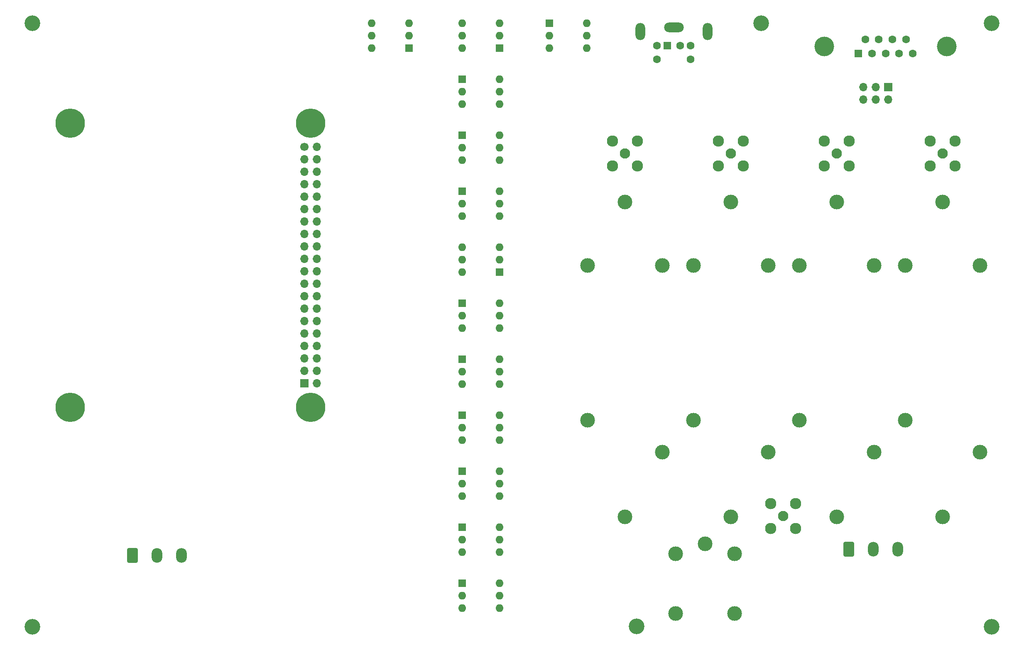
<source format=gbr>
%TF.GenerationSoftware,KiCad,Pcbnew,7.0.1*%
%TF.CreationDate,2023-03-27T20:51:40+10:00*%
%TF.ProjectId,RemoteHF,52656d6f-7465-4484-962e-6b696361645f,rev?*%
%TF.SameCoordinates,Original*%
%TF.FileFunction,Soldermask,Bot*%
%TF.FilePolarity,Negative*%
%FSLAX46Y46*%
G04 Gerber Fmt 4.6, Leading zero omitted, Abs format (unit mm)*
G04 Created by KiCad (PCBNEW 7.0.1) date 2023-03-27 20:51:40*
%MOMM*%
%LPD*%
G01*
G04 APERTURE LIST*
G04 Aperture macros list*
%AMRoundRect*
0 Rectangle with rounded corners*
0 $1 Rounding radius*
0 $2 $3 $4 $5 $6 $7 $8 $9 X,Y pos of 4 corners*
0 Add a 4 corners polygon primitive as box body*
4,1,4,$2,$3,$4,$5,$6,$7,$8,$9,$2,$3,0*
0 Add four circle primitives for the rounded corners*
1,1,$1+$1,$2,$3*
1,1,$1+$1,$4,$5*
1,1,$1+$1,$6,$7*
1,1,$1+$1,$8,$9*
0 Add four rect primitives between the rounded corners*
20,1,$1+$1,$2,$3,$4,$5,0*
20,1,$1+$1,$4,$5,$6,$7,0*
20,1,$1+$1,$6,$7,$8,$9,0*
20,1,$1+$1,$8,$9,$2,$3,0*%
G04 Aperture macros list end*
%ADD10C,2.100000*%
%ADD11C,2.300000*%
%ADD12R,1.600000X1.600000*%
%ADD13O,1.600000X1.600000*%
%ADD14R,1.700000X1.700000*%
%ADD15O,1.700000X1.700000*%
%ADD16C,6.000000*%
%ADD17C,1.700000*%
%ADD18C,3.200000*%
%ADD19C,3.000000*%
%ADD20RoundRect,0.316092X-0.783908X-1.183908X0.783908X-1.183908X0.783908X1.183908X-0.783908X1.183908X0*%
%ADD21O,2.200000X3.000000*%
%ADD22C,1.600000*%
%ADD23O,2.000000X3.500000*%
%ADD24O,4.000000X2.000000*%
%ADD25C,4.000000*%
G04 APERTURE END LIST*
D10*
%TO.C,J8*%
X205935000Y-52000000D03*
D11*
X203395000Y-54540000D03*
X208475000Y-54540000D03*
X203395000Y-49460000D03*
X208475000Y-49460000D03*
%TD*%
D12*
%TO.C,U17*%
X129540000Y-105425000D03*
D13*
X129540000Y-107965000D03*
X129540000Y-110505000D03*
X137160000Y-110505000D03*
X137160000Y-107965000D03*
X137160000Y-105425000D03*
%TD*%
D10*
%TO.C,J10*%
X195000000Y-126000000D03*
D11*
X197540000Y-128540000D03*
X197540000Y-123460000D03*
X192460000Y-128540000D03*
X192460000Y-123460000D03*
%TD*%
D14*
%TO.C,J2*%
X97390000Y-98900000D03*
D15*
X99930000Y-98900000D03*
X97390000Y-96360000D03*
X99930000Y-96360000D03*
X97390000Y-93820000D03*
X99930000Y-93820000D03*
X97390000Y-91280000D03*
X99930000Y-91280000D03*
X97390000Y-88740000D03*
X99930000Y-88740000D03*
X97390000Y-86200000D03*
X99930000Y-86200000D03*
X97390000Y-83660000D03*
X99930000Y-83660000D03*
X97390000Y-81120000D03*
X99930000Y-81120000D03*
X97390000Y-78580000D03*
X99930000Y-78580000D03*
X97390000Y-76040000D03*
X99930000Y-76040000D03*
X97390000Y-73500000D03*
X99930000Y-73500000D03*
X97390000Y-70960000D03*
X99930000Y-70960000D03*
X97390000Y-68420000D03*
X99930000Y-68420000D03*
X97390000Y-65880000D03*
X99930000Y-65880000D03*
X97390000Y-63340000D03*
X99930000Y-63340000D03*
X97390000Y-60800000D03*
X99930000Y-60800000D03*
X97390000Y-58260000D03*
X99930000Y-58260000D03*
X97390000Y-55720000D03*
X99930000Y-55720000D03*
X97390000Y-53180000D03*
X99930000Y-53180000D03*
D16*
X49660000Y-103770000D03*
X98660000Y-103770000D03*
D17*
X97390000Y-50640000D03*
D16*
X49660000Y-45770000D03*
X98660000Y-45770000D03*
D15*
X99930000Y-50640000D03*
%TD*%
D18*
%TO.C,REF\u002A\u002A*%
X190500000Y-25400000D03*
%TD*%
D19*
%TO.C,K2*%
X176745000Y-106405000D03*
X176745000Y-74805000D03*
X184345000Y-126105000D03*
X184345000Y-61855000D03*
X191945000Y-112905000D03*
X191945000Y-74805000D03*
%TD*%
D18*
%TO.C,REF\u002A\u002A*%
X165150000Y-148500000D03*
%TD*%
D19*
%TO.C,K3*%
X198335000Y-106405000D03*
X198335000Y-74805000D03*
X205935000Y-126105000D03*
X205935000Y-61855000D03*
X213535000Y-112905000D03*
X213535000Y-74805000D03*
%TD*%
D10*
%TO.C,J9*%
X227525000Y-52000000D03*
D11*
X224985000Y-54540000D03*
X230065000Y-54540000D03*
X224985000Y-49460000D03*
X230065000Y-49460000D03*
%TD*%
D19*
%TO.C,K5*%
X179070000Y-131650000D03*
X185070000Y-145850000D03*
X173070000Y-145850000D03*
X173070000Y-133650000D03*
X185070000Y-133650000D03*
%TD*%
%TO.C,K1*%
X155155000Y-106405000D03*
X155155000Y-74805000D03*
X162755000Y-126105000D03*
X162755000Y-61855000D03*
X170355000Y-112905000D03*
X170355000Y-74805000D03*
%TD*%
D18*
%TO.C,REF\u002A\u002A*%
X237550000Y-148550000D03*
%TD*%
D12*
%TO.C,U2*%
X129550000Y-82565000D03*
D13*
X129550000Y-85105000D03*
X129550000Y-87645000D03*
X137170000Y-87645000D03*
X137170000Y-85105000D03*
X137170000Y-82565000D03*
%TD*%
D12*
%TO.C,U9*%
X137150000Y-30465000D03*
D13*
X137150000Y-27925000D03*
X137150000Y-25385000D03*
X129530000Y-25385000D03*
X129530000Y-27925000D03*
X129530000Y-30465000D03*
%TD*%
D12*
%TO.C,U13*%
X129550000Y-59705000D03*
D13*
X129550000Y-62245000D03*
X129550000Y-64785000D03*
X137170000Y-64785000D03*
X137170000Y-62245000D03*
X137170000Y-59705000D03*
%TD*%
D12*
%TO.C,U18*%
X129550000Y-116855000D03*
D13*
X129550000Y-119395000D03*
X129550000Y-121935000D03*
X137170000Y-121935000D03*
X137170000Y-119395000D03*
X137170000Y-116855000D03*
%TD*%
D20*
%TO.C,J3*%
X208360000Y-132720000D03*
D21*
X213360000Y-132720000D03*
X218360000Y-132720000D03*
%TD*%
D18*
%TO.C,REF\u002A\u002A*%
X41950000Y-148550000D03*
%TD*%
D12*
%TO.C,U11*%
X147330000Y-25415000D03*
D13*
X147330000Y-27955000D03*
X147330000Y-30495000D03*
X154950000Y-30495000D03*
X154950000Y-27955000D03*
X154950000Y-25415000D03*
%TD*%
D12*
%TO.C,J5*%
X171410000Y-29915000D03*
D22*
X174010000Y-29915000D03*
X169310000Y-29915000D03*
X176110000Y-29915000D03*
X169310000Y-32715000D03*
X176110000Y-32715000D03*
D23*
X179560000Y-27065000D03*
D24*
X172710000Y-26265000D03*
D23*
X165860000Y-27065000D03*
%TD*%
D20*
%TO.C,J1*%
X62310000Y-133990000D03*
D21*
X67310000Y-133990000D03*
X72310000Y-133990000D03*
%TD*%
D25*
%TO.C,J4*%
X228390000Y-30140331D03*
X203390000Y-30140331D03*
D12*
X210350000Y-31560331D03*
D22*
X213120000Y-31560331D03*
X215890000Y-31560331D03*
X218660000Y-31560331D03*
X221430000Y-31560331D03*
X211735000Y-28720331D03*
X214505000Y-28720331D03*
X217275000Y-28720331D03*
X220045000Y-28720331D03*
%TD*%
D12*
%TO.C,U16*%
X129550000Y-93995000D03*
D13*
X129550000Y-96535000D03*
X129550000Y-99075000D03*
X137170000Y-99075000D03*
X137170000Y-96535000D03*
X137170000Y-93995000D03*
%TD*%
D12*
%TO.C,U1*%
X137150000Y-76185000D03*
D13*
X137150000Y-73645000D03*
X137150000Y-71105000D03*
X129530000Y-71105000D03*
X129530000Y-73645000D03*
X129530000Y-76185000D03*
%TD*%
D18*
%TO.C,REF\u002A\u002A*%
X237550000Y-25400000D03*
%TD*%
D12*
%TO.C,U19*%
X129550000Y-128285000D03*
D13*
X129550000Y-130825000D03*
X129550000Y-133365000D03*
X137170000Y-133365000D03*
X137170000Y-130825000D03*
X137170000Y-128285000D03*
%TD*%
D12*
%TO.C,U8*%
X118735000Y-30465000D03*
D13*
X118735000Y-27925000D03*
X118735000Y-25385000D03*
X111115000Y-25385000D03*
X111115000Y-27925000D03*
X111115000Y-30465000D03*
%TD*%
D14*
%TO.C,J11*%
X216470000Y-38390000D03*
D15*
X216470000Y-40930000D03*
X213930000Y-38390000D03*
X213930000Y-40930000D03*
X211390000Y-38390000D03*
X211390000Y-40930000D03*
%TD*%
D12*
%TO.C,U10*%
X129550000Y-36845000D03*
D13*
X129550000Y-39385000D03*
X129550000Y-41925000D03*
X137170000Y-41925000D03*
X137170000Y-39385000D03*
X137170000Y-36845000D03*
%TD*%
D10*
%TO.C,J7*%
X184345000Y-52000000D03*
D11*
X181805000Y-54540000D03*
X186885000Y-54540000D03*
X181805000Y-49460000D03*
X186885000Y-49460000D03*
%TD*%
D12*
%TO.C,U12*%
X129550000Y-48275000D03*
D13*
X129550000Y-50815000D03*
X129550000Y-53355000D03*
X137170000Y-53355000D03*
X137170000Y-50815000D03*
X137170000Y-48275000D03*
%TD*%
D12*
%TO.C,U20*%
X129550000Y-139715000D03*
D13*
X129550000Y-142255000D03*
X129550000Y-144795000D03*
X137170000Y-144795000D03*
X137170000Y-142255000D03*
X137170000Y-139715000D03*
%TD*%
D18*
%TO.C,REF\u002A\u002A*%
X41900000Y-25350000D03*
%TD*%
D19*
%TO.C,K4*%
X219925000Y-106405000D03*
X219925000Y-74805000D03*
X227525000Y-126105000D03*
X227525000Y-61855000D03*
X235125000Y-112905000D03*
X235125000Y-74805000D03*
%TD*%
D10*
%TO.C,J6*%
X162755000Y-52000000D03*
D11*
X160215000Y-54540000D03*
X165295000Y-54540000D03*
X160215000Y-49460000D03*
X165295000Y-49460000D03*
%TD*%
M02*

</source>
